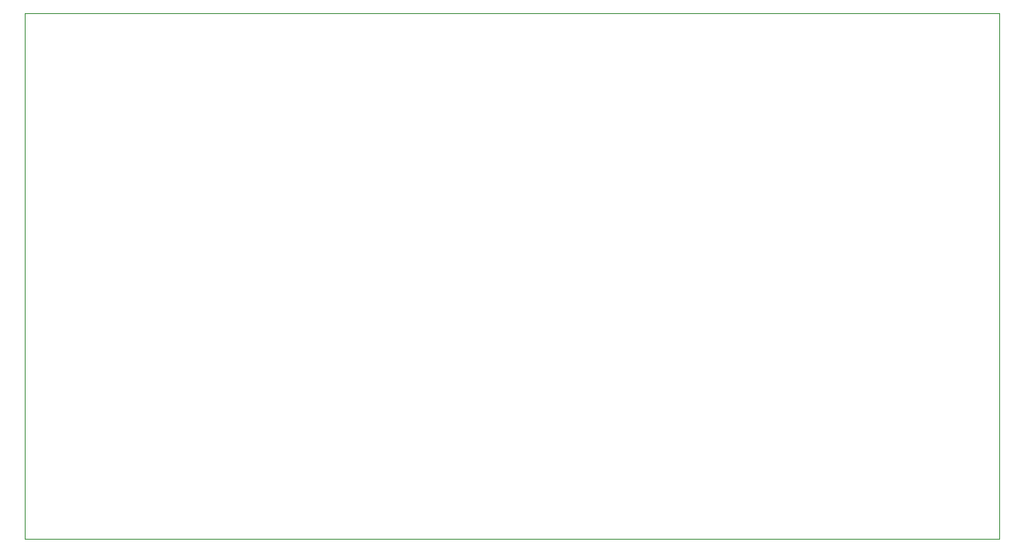
<source format=gbr>
%TF.GenerationSoftware,KiCad,Pcbnew,(5.1.8-0-10_14)*%
%TF.CreationDate,2020-12-11T17:33:19+01:00*%
%TF.ProjectId,32Bit shift register,33324269-7420-4736-9869-667420726567,rev?*%
%TF.SameCoordinates,Original*%
%TF.FileFunction,Profile,NP*%
%FSLAX46Y46*%
G04 Gerber Fmt 4.6, Leading zero omitted, Abs format (unit mm)*
G04 Created by KiCad (PCBNEW (5.1.8-0-10_14)) date 2020-12-11 17:33:19*
%MOMM*%
%LPD*%
G01*
G04 APERTURE LIST*
%TA.AperFunction,Profile*%
%ADD10C,0.050000*%
%TD*%
G04 APERTURE END LIST*
D10*
X93000000Y-90000000D02*
X93000000Y-36000000D01*
X193000000Y-90000000D02*
X93000000Y-90000000D01*
X193000000Y-36000000D02*
X193000000Y-90000000D01*
X93000000Y-36000000D02*
X193000000Y-36000000D01*
M02*

</source>
